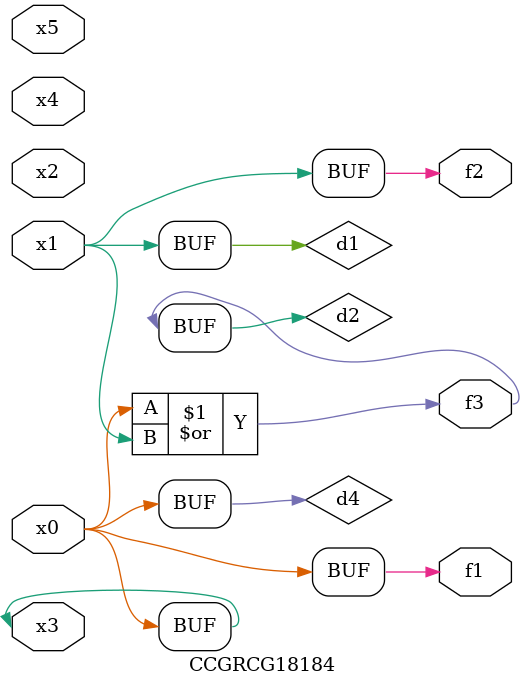
<source format=v>
module CCGRCG18184(
	input x0, x1, x2, x3, x4, x5,
	output f1, f2, f3
);

	wire d1, d2, d3, d4;

	and (d1, x1);
	or (d2, x0, x1);
	nand (d3, x0, x5);
	buf (d4, x0, x3);
	assign f1 = d4;
	assign f2 = d1;
	assign f3 = d2;
endmodule

</source>
